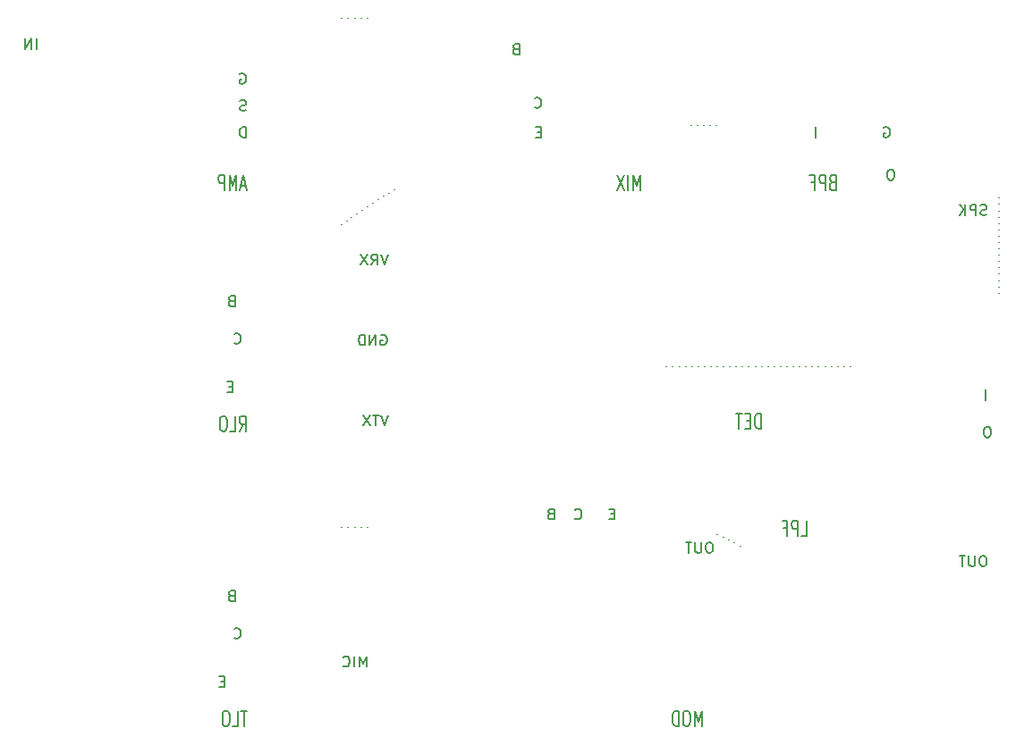
<source format=gbr>
%TF.GenerationSoftware,KiCad,Pcbnew,7.0.2-0*%
%TF.CreationDate,2024-07-16T23:18:08+09:00*%
%TF.ProjectId,am-pcb2,616d2d70-6362-4322-9e6b-696361645f70,rev?*%
%TF.SameCoordinates,Original*%
%TF.FileFunction,Legend,Bot*%
%TF.FilePolarity,Positive*%
%FSLAX46Y46*%
G04 Gerber Fmt 4.6, Leading zero omitted, Abs format (unit mm)*
G04 Created by KiCad (PCBNEW 7.0.2-0) date 2024-07-16 23:18:08*
%MOMM*%
%LPD*%
G01*
G04 APERTURE LIST*
%ADD10C,0.150000*%
G04 APERTURE END LIST*
D10*
X245110000Y-104775000D02*
X245110000Y-104775000D01*
X245646656Y-105043328D02*
X245646656Y-105043328D01*
X246183313Y-105311656D02*
X246183313Y-105311656D01*
X246719969Y-105579984D02*
X246719969Y-105579984D01*
X247256625Y-105848313D02*
X247256625Y-105848313D01*
X209486500Y-75374500D02*
X209486500Y-75374500D01*
X209987603Y-75044506D02*
X209987603Y-75044506D01*
X210488705Y-74714511D02*
X210488705Y-74714511D01*
X210989808Y-74384517D02*
X210989808Y-74384517D01*
X211490910Y-74054523D02*
X211490910Y-74054523D01*
X211992013Y-73724528D02*
X211992013Y-73724528D01*
X212493115Y-73394534D02*
X212493115Y-73394534D01*
X212994218Y-73064540D02*
X212994218Y-73064540D01*
X213495320Y-72734545D02*
X213495320Y-72734545D01*
X213996423Y-72404551D02*
X213996423Y-72404551D01*
X214497525Y-72074557D02*
X214497525Y-72074557D01*
X209550000Y-104140000D02*
X209550000Y-104140000D01*
X210150000Y-104140000D02*
X210150000Y-104140000D01*
X210750000Y-104140000D02*
X210750000Y-104140000D01*
X211350000Y-104140000D02*
X211350000Y-104140000D01*
X211950000Y-104140000D02*
X211950000Y-104140000D01*
X271780000Y-72898000D02*
X271780000Y-72898000D01*
X271780000Y-73498000D02*
X271780000Y-73498000D01*
X271780000Y-74098000D02*
X271780000Y-74098000D01*
X271780000Y-74698000D02*
X271780000Y-74698000D01*
X271780000Y-75298000D02*
X271780000Y-75298000D01*
X271780000Y-75898000D02*
X271780000Y-75898000D01*
X271780000Y-76498000D02*
X271780000Y-76498000D01*
X271780000Y-77098000D02*
X271780000Y-77098000D01*
X271780000Y-77698000D02*
X271780000Y-77698000D01*
X271780000Y-78298000D02*
X271780000Y-78298000D01*
X271780000Y-78898000D02*
X271780000Y-78898000D01*
X271780000Y-79498000D02*
X271780000Y-79498000D01*
X271780000Y-80098000D02*
X271780000Y-80098000D01*
X271780000Y-80698000D02*
X271780000Y-80698000D01*
X271780000Y-81298000D02*
X271780000Y-81298000D01*
X271780000Y-81898000D02*
X271780000Y-81898000D01*
X209550000Y-55880000D02*
X209550000Y-55880000D01*
X210150000Y-55880000D02*
X210150000Y-55880000D01*
X210750000Y-55880000D02*
X210750000Y-55880000D01*
X211350000Y-55880000D02*
X211350000Y-55880000D01*
X211950000Y-55880000D02*
X211950000Y-55880000D01*
X242633500Y-66040000D02*
X242633500Y-66040000D01*
X243233500Y-66040000D02*
X243233500Y-66040000D01*
X243833500Y-66040000D02*
X243833500Y-66040000D01*
X244433500Y-66040000D02*
X244433500Y-66040000D01*
X245033500Y-66040000D02*
X245033500Y-66040000D01*
X240284000Y-88900000D02*
X240284000Y-88900000D01*
X240884000Y-88900000D02*
X240884000Y-88900000D01*
X241484000Y-88900000D02*
X241484000Y-88900000D01*
X242084000Y-88900000D02*
X242084000Y-88900000D01*
X242684000Y-88900000D02*
X242684000Y-88900000D01*
X243284000Y-88900000D02*
X243284000Y-88900000D01*
X243884000Y-88900000D02*
X243884000Y-88900000D01*
X244484000Y-88900000D02*
X244484000Y-88900000D01*
X245084000Y-88900000D02*
X245084000Y-88900000D01*
X245684000Y-88900000D02*
X245684000Y-88900000D01*
X246284000Y-88900000D02*
X246284000Y-88900000D01*
X246884000Y-88900000D02*
X246884000Y-88900000D01*
X247484000Y-88900000D02*
X247484000Y-88900000D01*
X248084000Y-88900000D02*
X248084000Y-88900000D01*
X248684000Y-88900000D02*
X248684000Y-88900000D01*
X249284000Y-88900000D02*
X249284000Y-88900000D01*
X249884000Y-88900000D02*
X249884000Y-88900000D01*
X250484000Y-88900000D02*
X250484000Y-88900000D01*
X251084000Y-88900000D02*
X251084000Y-88900000D01*
X251684000Y-88900000D02*
X251684000Y-88900000D01*
X252284000Y-88900000D02*
X252284000Y-88900000D01*
X252884000Y-88900000D02*
X252884000Y-88900000D01*
X253484000Y-88900000D02*
X253484000Y-88900000D01*
X254084000Y-88900000D02*
X254084000Y-88900000D01*
X254684000Y-88900000D02*
X254684000Y-88900000D01*
X255284000Y-88900000D02*
X255284000Y-88900000D01*
X255884000Y-88900000D02*
X255884000Y-88900000D01*
X256484000Y-88900000D02*
X256484000Y-88900000D01*
X257084000Y-88900000D02*
X257084000Y-88900000D01*
X257684000Y-88900000D02*
X257684000Y-88900000D01*
X213233095Y-85920238D02*
X213328333Y-85872619D01*
X213328333Y-85872619D02*
X213471190Y-85872619D01*
X213471190Y-85872619D02*
X213614047Y-85920238D01*
X213614047Y-85920238D02*
X213709285Y-86015476D01*
X213709285Y-86015476D02*
X213756904Y-86110714D01*
X213756904Y-86110714D02*
X213804523Y-86301190D01*
X213804523Y-86301190D02*
X213804523Y-86444047D01*
X213804523Y-86444047D02*
X213756904Y-86634523D01*
X213756904Y-86634523D02*
X213709285Y-86729761D01*
X213709285Y-86729761D02*
X213614047Y-86825000D01*
X213614047Y-86825000D02*
X213471190Y-86872619D01*
X213471190Y-86872619D02*
X213375952Y-86872619D01*
X213375952Y-86872619D02*
X213233095Y-86825000D01*
X213233095Y-86825000D02*
X213185476Y-86777380D01*
X213185476Y-86777380D02*
X213185476Y-86444047D01*
X213185476Y-86444047D02*
X213375952Y-86444047D01*
X212756904Y-86872619D02*
X212756904Y-85872619D01*
X212756904Y-85872619D02*
X212185476Y-86872619D01*
X212185476Y-86872619D02*
X212185476Y-85872619D01*
X211709285Y-86872619D02*
X211709285Y-85872619D01*
X211709285Y-85872619D02*
X211471190Y-85872619D01*
X211471190Y-85872619D02*
X211328333Y-85920238D01*
X211328333Y-85920238D02*
X211233095Y-86015476D01*
X211233095Y-86015476D02*
X211185476Y-86110714D01*
X211185476Y-86110714D02*
X211137857Y-86301190D01*
X211137857Y-86301190D02*
X211137857Y-86444047D01*
X211137857Y-86444047D02*
X211185476Y-86634523D01*
X211185476Y-86634523D02*
X211233095Y-86729761D01*
X211233095Y-86729761D02*
X211328333Y-86825000D01*
X211328333Y-86825000D02*
X211471190Y-86872619D01*
X211471190Y-86872619D02*
X211709285Y-86872619D01*
X200421904Y-67187619D02*
X200421904Y-66187619D01*
X200421904Y-66187619D02*
X200183809Y-66187619D01*
X200183809Y-66187619D02*
X200040952Y-66235238D01*
X200040952Y-66235238D02*
X199945714Y-66330476D01*
X199945714Y-66330476D02*
X199898095Y-66425714D01*
X199898095Y-66425714D02*
X199850476Y-66616190D01*
X199850476Y-66616190D02*
X199850476Y-66759047D01*
X199850476Y-66759047D02*
X199898095Y-66949523D01*
X199898095Y-66949523D02*
X199945714Y-67044761D01*
X199945714Y-67044761D02*
X200040952Y-67140000D01*
X200040952Y-67140000D02*
X200183809Y-67187619D01*
X200183809Y-67187619D02*
X200421904Y-67187619D01*
X249189904Y-94812428D02*
X249189904Y-93312428D01*
X249189904Y-93312428D02*
X248951809Y-93312428D01*
X248951809Y-93312428D02*
X248808952Y-93383857D01*
X248808952Y-93383857D02*
X248713714Y-93526714D01*
X248713714Y-93526714D02*
X248666095Y-93669571D01*
X248666095Y-93669571D02*
X248618476Y-93955285D01*
X248618476Y-93955285D02*
X248618476Y-94169571D01*
X248618476Y-94169571D02*
X248666095Y-94455285D01*
X248666095Y-94455285D02*
X248713714Y-94598142D01*
X248713714Y-94598142D02*
X248808952Y-94741000D01*
X248808952Y-94741000D02*
X248951809Y-94812428D01*
X248951809Y-94812428D02*
X249189904Y-94812428D01*
X248189904Y-94026714D02*
X247856571Y-94026714D01*
X247713714Y-94812428D02*
X248189904Y-94812428D01*
X248189904Y-94812428D02*
X248189904Y-93312428D01*
X248189904Y-93312428D02*
X247713714Y-93312428D01*
X247427999Y-93312428D02*
X246856571Y-93312428D01*
X247142285Y-94812428D02*
X247142285Y-93312428D01*
X199850476Y-95066428D02*
X200183809Y-94352142D01*
X200421904Y-95066428D02*
X200421904Y-93566428D01*
X200421904Y-93566428D02*
X200040952Y-93566428D01*
X200040952Y-93566428D02*
X199945714Y-93637857D01*
X199945714Y-93637857D02*
X199898095Y-93709285D01*
X199898095Y-93709285D02*
X199850476Y-93852142D01*
X199850476Y-93852142D02*
X199850476Y-94066428D01*
X199850476Y-94066428D02*
X199898095Y-94209285D01*
X199898095Y-94209285D02*
X199945714Y-94280714D01*
X199945714Y-94280714D02*
X200040952Y-94352142D01*
X200040952Y-94352142D02*
X200421904Y-94352142D01*
X198945714Y-95066428D02*
X199421904Y-95066428D01*
X199421904Y-95066428D02*
X199421904Y-93566428D01*
X198421904Y-93566428D02*
X198231428Y-93566428D01*
X198231428Y-93566428D02*
X198136190Y-93637857D01*
X198136190Y-93637857D02*
X198040952Y-93780714D01*
X198040952Y-93780714D02*
X197993333Y-94066428D01*
X197993333Y-94066428D02*
X197993333Y-94566428D01*
X197993333Y-94566428D02*
X198040952Y-94852142D01*
X198040952Y-94852142D02*
X198136190Y-94995000D01*
X198136190Y-94995000D02*
X198231428Y-95066428D01*
X198231428Y-95066428D02*
X198421904Y-95066428D01*
X198421904Y-95066428D02*
X198517142Y-94995000D01*
X198517142Y-94995000D02*
X198612380Y-94852142D01*
X198612380Y-94852142D02*
X198659999Y-94566428D01*
X198659999Y-94566428D02*
X198659999Y-94066428D01*
X198659999Y-94066428D02*
X198612380Y-93780714D01*
X198612380Y-93780714D02*
X198517142Y-93637857D01*
X198517142Y-93637857D02*
X198421904Y-93566428D01*
X199072571Y-110605809D02*
X198929714Y-110653428D01*
X198929714Y-110653428D02*
X198882095Y-110701047D01*
X198882095Y-110701047D02*
X198834476Y-110796285D01*
X198834476Y-110796285D02*
X198834476Y-110939142D01*
X198834476Y-110939142D02*
X198882095Y-111034380D01*
X198882095Y-111034380D02*
X198929714Y-111082000D01*
X198929714Y-111082000D02*
X199024952Y-111129619D01*
X199024952Y-111129619D02*
X199405904Y-111129619D01*
X199405904Y-111129619D02*
X199405904Y-110129619D01*
X199405904Y-110129619D02*
X199072571Y-110129619D01*
X199072571Y-110129619D02*
X198977333Y-110177238D01*
X198977333Y-110177238D02*
X198929714Y-110224857D01*
X198929714Y-110224857D02*
X198882095Y-110320095D01*
X198882095Y-110320095D02*
X198882095Y-110415333D01*
X198882095Y-110415333D02*
X198929714Y-110510571D01*
X198929714Y-110510571D02*
X198977333Y-110558190D01*
X198977333Y-110558190D02*
X199072571Y-110605809D01*
X199072571Y-110605809D02*
X199405904Y-110605809D01*
X200469523Y-71777857D02*
X199993333Y-71777857D01*
X200564761Y-72206428D02*
X200231428Y-70706428D01*
X200231428Y-70706428D02*
X199898095Y-72206428D01*
X199564761Y-72206428D02*
X199564761Y-70706428D01*
X199564761Y-70706428D02*
X199231428Y-71777857D01*
X199231428Y-71777857D02*
X198898095Y-70706428D01*
X198898095Y-70706428D02*
X198898095Y-72206428D01*
X198421904Y-72206428D02*
X198421904Y-70706428D01*
X198421904Y-70706428D02*
X198040952Y-70706428D01*
X198040952Y-70706428D02*
X197945714Y-70777857D01*
X197945714Y-70777857D02*
X197898095Y-70849285D01*
X197898095Y-70849285D02*
X197850476Y-70992142D01*
X197850476Y-70992142D02*
X197850476Y-71206428D01*
X197850476Y-71206428D02*
X197898095Y-71349285D01*
X197898095Y-71349285D02*
X197945714Y-71420714D01*
X197945714Y-71420714D02*
X198040952Y-71492142D01*
X198040952Y-71492142D02*
X198421904Y-71492142D01*
X244427428Y-105557619D02*
X244236952Y-105557619D01*
X244236952Y-105557619D02*
X244141714Y-105605238D01*
X244141714Y-105605238D02*
X244046476Y-105700476D01*
X244046476Y-105700476D02*
X243998857Y-105890952D01*
X243998857Y-105890952D02*
X243998857Y-106224285D01*
X243998857Y-106224285D02*
X244046476Y-106414761D01*
X244046476Y-106414761D02*
X244141714Y-106510000D01*
X244141714Y-106510000D02*
X244236952Y-106557619D01*
X244236952Y-106557619D02*
X244427428Y-106557619D01*
X244427428Y-106557619D02*
X244522666Y-106510000D01*
X244522666Y-106510000D02*
X244617904Y-106414761D01*
X244617904Y-106414761D02*
X244665523Y-106224285D01*
X244665523Y-106224285D02*
X244665523Y-105890952D01*
X244665523Y-105890952D02*
X244617904Y-105700476D01*
X244617904Y-105700476D02*
X244522666Y-105605238D01*
X244522666Y-105605238D02*
X244427428Y-105557619D01*
X243570285Y-105557619D02*
X243570285Y-106367142D01*
X243570285Y-106367142D02*
X243522666Y-106462380D01*
X243522666Y-106462380D02*
X243475047Y-106510000D01*
X243475047Y-106510000D02*
X243379809Y-106557619D01*
X243379809Y-106557619D02*
X243189333Y-106557619D01*
X243189333Y-106557619D02*
X243094095Y-106510000D01*
X243094095Y-106510000D02*
X243046476Y-106462380D01*
X243046476Y-106462380D02*
X242998857Y-106367142D01*
X242998857Y-106367142D02*
X242998857Y-105557619D01*
X242665523Y-105557619D02*
X242094095Y-105557619D01*
X242379809Y-106557619D02*
X242379809Y-105557619D01*
X213899761Y-93492619D02*
X213566428Y-94492619D01*
X213566428Y-94492619D02*
X213233095Y-93492619D01*
X213042618Y-93492619D02*
X212471190Y-93492619D01*
X212756904Y-94492619D02*
X212756904Y-93492619D01*
X212233094Y-93492619D02*
X211566428Y-94492619D01*
X211566428Y-93492619D02*
X212233094Y-94492619D01*
X229298571Y-102858809D02*
X229155714Y-102906428D01*
X229155714Y-102906428D02*
X229108095Y-102954047D01*
X229108095Y-102954047D02*
X229060476Y-103049285D01*
X229060476Y-103049285D02*
X229060476Y-103192142D01*
X229060476Y-103192142D02*
X229108095Y-103287380D01*
X229108095Y-103287380D02*
X229155714Y-103335000D01*
X229155714Y-103335000D02*
X229250952Y-103382619D01*
X229250952Y-103382619D02*
X229631904Y-103382619D01*
X229631904Y-103382619D02*
X229631904Y-102382619D01*
X229631904Y-102382619D02*
X229298571Y-102382619D01*
X229298571Y-102382619D02*
X229203333Y-102430238D01*
X229203333Y-102430238D02*
X229155714Y-102477857D01*
X229155714Y-102477857D02*
X229108095Y-102573095D01*
X229108095Y-102573095D02*
X229108095Y-102668333D01*
X229108095Y-102668333D02*
X229155714Y-102763571D01*
X229155714Y-102763571D02*
X229203333Y-102811190D01*
X229203333Y-102811190D02*
X229298571Y-102858809D01*
X229298571Y-102858809D02*
X229631904Y-102858809D01*
X213899761Y-78252619D02*
X213566428Y-79252619D01*
X213566428Y-79252619D02*
X213233095Y-78252619D01*
X212328333Y-79252619D02*
X212661666Y-78776428D01*
X212899761Y-79252619D02*
X212899761Y-78252619D01*
X212899761Y-78252619D02*
X212518809Y-78252619D01*
X212518809Y-78252619D02*
X212423571Y-78300238D01*
X212423571Y-78300238D02*
X212375952Y-78347857D01*
X212375952Y-78347857D02*
X212328333Y-78443095D01*
X212328333Y-78443095D02*
X212328333Y-78585952D01*
X212328333Y-78585952D02*
X212375952Y-78681190D01*
X212375952Y-78681190D02*
X212423571Y-78728809D01*
X212423571Y-78728809D02*
X212518809Y-78776428D01*
X212518809Y-78776428D02*
X212899761Y-78776428D01*
X211994999Y-78252619D02*
X211328333Y-79252619D01*
X211328333Y-78252619D02*
X211994999Y-79252619D01*
X200564761Y-121506428D02*
X199993333Y-121506428D01*
X200279047Y-123006428D02*
X200279047Y-121506428D01*
X199183809Y-123006428D02*
X199659999Y-123006428D01*
X199659999Y-123006428D02*
X199659999Y-121506428D01*
X198659999Y-121506428D02*
X198469523Y-121506428D01*
X198469523Y-121506428D02*
X198374285Y-121577857D01*
X198374285Y-121577857D02*
X198279047Y-121720714D01*
X198279047Y-121720714D02*
X198231428Y-122006428D01*
X198231428Y-122006428D02*
X198231428Y-122506428D01*
X198231428Y-122506428D02*
X198279047Y-122792142D01*
X198279047Y-122792142D02*
X198374285Y-122935000D01*
X198374285Y-122935000D02*
X198469523Y-123006428D01*
X198469523Y-123006428D02*
X198659999Y-123006428D01*
X198659999Y-123006428D02*
X198755237Y-122935000D01*
X198755237Y-122935000D02*
X198850475Y-122792142D01*
X198850475Y-122792142D02*
X198898094Y-122506428D01*
X198898094Y-122506428D02*
X198898094Y-122006428D01*
X198898094Y-122006428D02*
X198850475Y-121720714D01*
X198850475Y-121720714D02*
X198755237Y-121577857D01*
X198755237Y-121577857D02*
X198659999Y-121506428D01*
X270557571Y-95600380D02*
X270748047Y-95600380D01*
X270748047Y-95600380D02*
X270843285Y-95552761D01*
X270843285Y-95552761D02*
X270938523Y-95457523D01*
X270938523Y-95457523D02*
X270986142Y-95267047D01*
X270986142Y-95267047D02*
X270986142Y-94933714D01*
X270986142Y-94933714D02*
X270938523Y-94743238D01*
X270938523Y-94743238D02*
X270843285Y-94648000D01*
X270843285Y-94648000D02*
X270748047Y-94600380D01*
X270748047Y-94600380D02*
X270557571Y-94600380D01*
X270557571Y-94600380D02*
X270462333Y-94648000D01*
X270462333Y-94648000D02*
X270367095Y-94743238D01*
X270367095Y-94743238D02*
X270319476Y-94933714D01*
X270319476Y-94933714D02*
X270319476Y-95267047D01*
X270319476Y-95267047D02*
X270367095Y-95457523D01*
X270367095Y-95457523D02*
X270462333Y-95552761D01*
X270462333Y-95552761D02*
X270557571Y-95600380D01*
X254396904Y-67187619D02*
X254396904Y-66187619D01*
X243601904Y-123006428D02*
X243601904Y-121506428D01*
X243601904Y-121506428D02*
X243268571Y-122577857D01*
X243268571Y-122577857D02*
X242935238Y-121506428D01*
X242935238Y-121506428D02*
X242935238Y-123006428D01*
X242268571Y-121506428D02*
X242078095Y-121506428D01*
X242078095Y-121506428D02*
X241982857Y-121577857D01*
X241982857Y-121577857D02*
X241887619Y-121720714D01*
X241887619Y-121720714D02*
X241840000Y-122006428D01*
X241840000Y-122006428D02*
X241840000Y-122506428D01*
X241840000Y-122506428D02*
X241887619Y-122792142D01*
X241887619Y-122792142D02*
X241982857Y-122935000D01*
X241982857Y-122935000D02*
X242078095Y-123006428D01*
X242078095Y-123006428D02*
X242268571Y-123006428D01*
X242268571Y-123006428D02*
X242363809Y-122935000D01*
X242363809Y-122935000D02*
X242459047Y-122792142D01*
X242459047Y-122792142D02*
X242506666Y-122506428D01*
X242506666Y-122506428D02*
X242506666Y-122006428D01*
X242506666Y-122006428D02*
X242459047Y-121720714D01*
X242459047Y-121720714D02*
X242363809Y-121577857D01*
X242363809Y-121577857D02*
X242268571Y-121506428D01*
X241411428Y-123006428D02*
X241411428Y-121506428D01*
X241411428Y-121506428D02*
X241173333Y-121506428D01*
X241173333Y-121506428D02*
X241030476Y-121577857D01*
X241030476Y-121577857D02*
X240935238Y-121720714D01*
X240935238Y-121720714D02*
X240887619Y-121863571D01*
X240887619Y-121863571D02*
X240840000Y-122149285D01*
X240840000Y-122149285D02*
X240840000Y-122363571D01*
X240840000Y-122363571D02*
X240887619Y-122649285D01*
X240887619Y-122649285D02*
X240935238Y-122792142D01*
X240935238Y-122792142D02*
X241030476Y-122935000D01*
X241030476Y-122935000D02*
X241173333Y-123006428D01*
X241173333Y-123006428D02*
X241411428Y-123006428D01*
X253031714Y-104972428D02*
X253507904Y-104972428D01*
X253507904Y-104972428D02*
X253507904Y-103472428D01*
X252698380Y-104972428D02*
X252698380Y-103472428D01*
X252698380Y-103472428D02*
X252317428Y-103472428D01*
X252317428Y-103472428D02*
X252222190Y-103543857D01*
X252222190Y-103543857D02*
X252174571Y-103615285D01*
X252174571Y-103615285D02*
X252126952Y-103758142D01*
X252126952Y-103758142D02*
X252126952Y-103972428D01*
X252126952Y-103972428D02*
X252174571Y-104115285D01*
X252174571Y-104115285D02*
X252222190Y-104186714D01*
X252222190Y-104186714D02*
X252317428Y-104258142D01*
X252317428Y-104258142D02*
X252698380Y-104258142D01*
X251365047Y-104186714D02*
X251698380Y-104186714D01*
X251698380Y-104972428D02*
X251698380Y-103472428D01*
X251698380Y-103472428D02*
X251222190Y-103472428D01*
X199342476Y-114590380D02*
X199390095Y-114638000D01*
X199390095Y-114638000D02*
X199532952Y-114685619D01*
X199532952Y-114685619D02*
X199628190Y-114685619D01*
X199628190Y-114685619D02*
X199771047Y-114638000D01*
X199771047Y-114638000D02*
X199866285Y-114542761D01*
X199866285Y-114542761D02*
X199913904Y-114447523D01*
X199913904Y-114447523D02*
X199961523Y-114257047D01*
X199961523Y-114257047D02*
X199961523Y-114114190D01*
X199961523Y-114114190D02*
X199913904Y-113923714D01*
X199913904Y-113923714D02*
X199866285Y-113828476D01*
X199866285Y-113828476D02*
X199771047Y-113733238D01*
X199771047Y-113733238D02*
X199628190Y-113685619D01*
X199628190Y-113685619D02*
X199532952Y-113685619D01*
X199532952Y-113685619D02*
X199390095Y-113733238D01*
X199390095Y-113733238D02*
X199342476Y-113780857D01*
X255968571Y-71420714D02*
X255825714Y-71492142D01*
X255825714Y-71492142D02*
X255778095Y-71563571D01*
X255778095Y-71563571D02*
X255730476Y-71706428D01*
X255730476Y-71706428D02*
X255730476Y-71920714D01*
X255730476Y-71920714D02*
X255778095Y-72063571D01*
X255778095Y-72063571D02*
X255825714Y-72135000D01*
X255825714Y-72135000D02*
X255920952Y-72206428D01*
X255920952Y-72206428D02*
X256301904Y-72206428D01*
X256301904Y-72206428D02*
X256301904Y-70706428D01*
X256301904Y-70706428D02*
X255968571Y-70706428D01*
X255968571Y-70706428D02*
X255873333Y-70777857D01*
X255873333Y-70777857D02*
X255825714Y-70849285D01*
X255825714Y-70849285D02*
X255778095Y-70992142D01*
X255778095Y-70992142D02*
X255778095Y-71135000D01*
X255778095Y-71135000D02*
X255825714Y-71277857D01*
X255825714Y-71277857D02*
X255873333Y-71349285D01*
X255873333Y-71349285D02*
X255968571Y-71420714D01*
X255968571Y-71420714D02*
X256301904Y-71420714D01*
X255301904Y-72206428D02*
X255301904Y-70706428D01*
X255301904Y-70706428D02*
X254920952Y-70706428D01*
X254920952Y-70706428D02*
X254825714Y-70777857D01*
X254825714Y-70777857D02*
X254778095Y-70849285D01*
X254778095Y-70849285D02*
X254730476Y-70992142D01*
X254730476Y-70992142D02*
X254730476Y-71206428D01*
X254730476Y-71206428D02*
X254778095Y-71349285D01*
X254778095Y-71349285D02*
X254825714Y-71420714D01*
X254825714Y-71420714D02*
X254920952Y-71492142D01*
X254920952Y-71492142D02*
X255301904Y-71492142D01*
X253968571Y-71420714D02*
X254301904Y-71420714D01*
X254301904Y-72206428D02*
X254301904Y-70706428D01*
X254301904Y-70706428D02*
X253825714Y-70706428D01*
X270573523Y-74506000D02*
X270430666Y-74553619D01*
X270430666Y-74553619D02*
X270192571Y-74553619D01*
X270192571Y-74553619D02*
X270097333Y-74506000D01*
X270097333Y-74506000D02*
X270049714Y-74458380D01*
X270049714Y-74458380D02*
X270002095Y-74363142D01*
X270002095Y-74363142D02*
X270002095Y-74267904D01*
X270002095Y-74267904D02*
X270049714Y-74172666D01*
X270049714Y-74172666D02*
X270097333Y-74125047D01*
X270097333Y-74125047D02*
X270192571Y-74077428D01*
X270192571Y-74077428D02*
X270383047Y-74029809D01*
X270383047Y-74029809D02*
X270478285Y-73982190D01*
X270478285Y-73982190D02*
X270525904Y-73934571D01*
X270525904Y-73934571D02*
X270573523Y-73839333D01*
X270573523Y-73839333D02*
X270573523Y-73744095D01*
X270573523Y-73744095D02*
X270525904Y-73648857D01*
X270525904Y-73648857D02*
X270478285Y-73601238D01*
X270478285Y-73601238D02*
X270383047Y-73553619D01*
X270383047Y-73553619D02*
X270144952Y-73553619D01*
X270144952Y-73553619D02*
X270002095Y-73601238D01*
X269573523Y-74553619D02*
X269573523Y-73553619D01*
X269573523Y-73553619D02*
X269192571Y-73553619D01*
X269192571Y-73553619D02*
X269097333Y-73601238D01*
X269097333Y-73601238D02*
X269049714Y-73648857D01*
X269049714Y-73648857D02*
X269002095Y-73744095D01*
X269002095Y-73744095D02*
X269002095Y-73886952D01*
X269002095Y-73886952D02*
X269049714Y-73982190D01*
X269049714Y-73982190D02*
X269097333Y-74029809D01*
X269097333Y-74029809D02*
X269192571Y-74077428D01*
X269192571Y-74077428D02*
X269573523Y-74077428D01*
X268573523Y-74553619D02*
X268573523Y-73553619D01*
X268002095Y-74553619D02*
X268430666Y-73982190D01*
X268002095Y-73553619D02*
X268573523Y-74125047D01*
X199342476Y-86650380D02*
X199390095Y-86698000D01*
X199390095Y-86698000D02*
X199532952Y-86745619D01*
X199532952Y-86745619D02*
X199628190Y-86745619D01*
X199628190Y-86745619D02*
X199771047Y-86698000D01*
X199771047Y-86698000D02*
X199866285Y-86602761D01*
X199866285Y-86602761D02*
X199913904Y-86507523D01*
X199913904Y-86507523D02*
X199961523Y-86317047D01*
X199961523Y-86317047D02*
X199961523Y-86174190D01*
X199961523Y-86174190D02*
X199913904Y-85983714D01*
X199913904Y-85983714D02*
X199866285Y-85888476D01*
X199866285Y-85888476D02*
X199771047Y-85793238D01*
X199771047Y-85793238D02*
X199628190Y-85745619D01*
X199628190Y-85745619D02*
X199532952Y-85745619D01*
X199532952Y-85745619D02*
X199390095Y-85793238D01*
X199390095Y-85793238D02*
X199342476Y-85840857D01*
X180609904Y-58805619D02*
X180609904Y-57805619D01*
X180133714Y-58805619D02*
X180133714Y-57805619D01*
X180133714Y-57805619D02*
X179562286Y-58805619D01*
X179562286Y-58805619D02*
X179562286Y-57805619D01*
X211851904Y-117352619D02*
X211851904Y-116352619D01*
X211851904Y-116352619D02*
X211518571Y-117066904D01*
X211518571Y-117066904D02*
X211185238Y-116352619D01*
X211185238Y-116352619D02*
X211185238Y-117352619D01*
X210709047Y-117352619D02*
X210709047Y-116352619D01*
X209661429Y-117257380D02*
X209709048Y-117305000D01*
X209709048Y-117305000D02*
X209851905Y-117352619D01*
X209851905Y-117352619D02*
X209947143Y-117352619D01*
X209947143Y-117352619D02*
X210090000Y-117305000D01*
X210090000Y-117305000D02*
X210185238Y-117209761D01*
X210185238Y-117209761D02*
X210232857Y-117114523D01*
X210232857Y-117114523D02*
X210280476Y-116924047D01*
X210280476Y-116924047D02*
X210280476Y-116781190D01*
X210280476Y-116781190D02*
X210232857Y-116590714D01*
X210232857Y-116590714D02*
X210185238Y-116495476D01*
X210185238Y-116495476D02*
X210090000Y-116400238D01*
X210090000Y-116400238D02*
X209947143Y-116352619D01*
X209947143Y-116352619D02*
X209851905Y-116352619D01*
X209851905Y-116352619D02*
X209709048Y-116400238D01*
X209709048Y-116400238D02*
X209661429Y-116447857D01*
X225996571Y-58789809D02*
X225853714Y-58837428D01*
X225853714Y-58837428D02*
X225806095Y-58885047D01*
X225806095Y-58885047D02*
X225758476Y-58980285D01*
X225758476Y-58980285D02*
X225758476Y-59123142D01*
X225758476Y-59123142D02*
X225806095Y-59218380D01*
X225806095Y-59218380D02*
X225853714Y-59266000D01*
X225853714Y-59266000D02*
X225948952Y-59313619D01*
X225948952Y-59313619D02*
X226329904Y-59313619D01*
X226329904Y-59313619D02*
X226329904Y-58313619D01*
X226329904Y-58313619D02*
X225996571Y-58313619D01*
X225996571Y-58313619D02*
X225901333Y-58361238D01*
X225901333Y-58361238D02*
X225853714Y-58408857D01*
X225853714Y-58408857D02*
X225806095Y-58504095D01*
X225806095Y-58504095D02*
X225806095Y-58599333D01*
X225806095Y-58599333D02*
X225853714Y-58694571D01*
X225853714Y-58694571D02*
X225901333Y-58742190D01*
X225901333Y-58742190D02*
X225996571Y-58789809D01*
X225996571Y-58789809D02*
X226329904Y-58789809D01*
X199151904Y-90793809D02*
X198818571Y-90793809D01*
X198675714Y-91317619D02*
X199151904Y-91317619D01*
X199151904Y-91317619D02*
X199151904Y-90317619D01*
X199151904Y-90317619D02*
X198675714Y-90317619D01*
X200469523Y-64600000D02*
X200326666Y-64647619D01*
X200326666Y-64647619D02*
X200088571Y-64647619D01*
X200088571Y-64647619D02*
X199993333Y-64600000D01*
X199993333Y-64600000D02*
X199945714Y-64552380D01*
X199945714Y-64552380D02*
X199898095Y-64457142D01*
X199898095Y-64457142D02*
X199898095Y-64361904D01*
X199898095Y-64361904D02*
X199945714Y-64266666D01*
X199945714Y-64266666D02*
X199993333Y-64219047D01*
X199993333Y-64219047D02*
X200088571Y-64171428D01*
X200088571Y-64171428D02*
X200279047Y-64123809D01*
X200279047Y-64123809D02*
X200374285Y-64076190D01*
X200374285Y-64076190D02*
X200421904Y-64028571D01*
X200421904Y-64028571D02*
X200469523Y-63933333D01*
X200469523Y-63933333D02*
X200469523Y-63838095D01*
X200469523Y-63838095D02*
X200421904Y-63742857D01*
X200421904Y-63742857D02*
X200374285Y-63695238D01*
X200374285Y-63695238D02*
X200279047Y-63647619D01*
X200279047Y-63647619D02*
X200040952Y-63647619D01*
X200040952Y-63647619D02*
X199898095Y-63695238D01*
X199898095Y-61155238D02*
X199993333Y-61107619D01*
X199993333Y-61107619D02*
X200136190Y-61107619D01*
X200136190Y-61107619D02*
X200279047Y-61155238D01*
X200279047Y-61155238D02*
X200374285Y-61250476D01*
X200374285Y-61250476D02*
X200421904Y-61345714D01*
X200421904Y-61345714D02*
X200469523Y-61536190D01*
X200469523Y-61536190D02*
X200469523Y-61679047D01*
X200469523Y-61679047D02*
X200421904Y-61869523D01*
X200421904Y-61869523D02*
X200374285Y-61964761D01*
X200374285Y-61964761D02*
X200279047Y-62060000D01*
X200279047Y-62060000D02*
X200136190Y-62107619D01*
X200136190Y-62107619D02*
X200040952Y-62107619D01*
X200040952Y-62107619D02*
X199898095Y-62060000D01*
X199898095Y-62060000D02*
X199850476Y-62012380D01*
X199850476Y-62012380D02*
X199850476Y-61679047D01*
X199850476Y-61679047D02*
X200040952Y-61679047D01*
X237759904Y-72206428D02*
X237759904Y-70706428D01*
X237759904Y-70706428D02*
X237426571Y-71777857D01*
X237426571Y-71777857D02*
X237093238Y-70706428D01*
X237093238Y-70706428D02*
X237093238Y-72206428D01*
X236617047Y-72206428D02*
X236617047Y-70706428D01*
X236236095Y-70706428D02*
X235569429Y-72206428D01*
X235569429Y-70706428D02*
X236236095Y-72206428D01*
X198389904Y-118733809D02*
X198056571Y-118733809D01*
X197913714Y-119257619D02*
X198389904Y-119257619D01*
X198389904Y-119257619D02*
X198389904Y-118257619D01*
X198389904Y-118257619D02*
X197913714Y-118257619D01*
X199072571Y-82665809D02*
X198929714Y-82713428D01*
X198929714Y-82713428D02*
X198882095Y-82761047D01*
X198882095Y-82761047D02*
X198834476Y-82856285D01*
X198834476Y-82856285D02*
X198834476Y-82999142D01*
X198834476Y-82999142D02*
X198882095Y-83094380D01*
X198882095Y-83094380D02*
X198929714Y-83142000D01*
X198929714Y-83142000D02*
X199024952Y-83189619D01*
X199024952Y-83189619D02*
X199405904Y-83189619D01*
X199405904Y-83189619D02*
X199405904Y-82189619D01*
X199405904Y-82189619D02*
X199072571Y-82189619D01*
X199072571Y-82189619D02*
X198977333Y-82237238D01*
X198977333Y-82237238D02*
X198929714Y-82284857D01*
X198929714Y-82284857D02*
X198882095Y-82380095D01*
X198882095Y-82380095D02*
X198882095Y-82475333D01*
X198882095Y-82475333D02*
X198929714Y-82570571D01*
X198929714Y-82570571D02*
X198977333Y-82618190D01*
X198977333Y-82618190D02*
X199072571Y-82665809D01*
X199072571Y-82665809D02*
X199405904Y-82665809D01*
X231600476Y-103287380D02*
X231648095Y-103335000D01*
X231648095Y-103335000D02*
X231790952Y-103382619D01*
X231790952Y-103382619D02*
X231886190Y-103382619D01*
X231886190Y-103382619D02*
X232029047Y-103335000D01*
X232029047Y-103335000D02*
X232124285Y-103239761D01*
X232124285Y-103239761D02*
X232171904Y-103144523D01*
X232171904Y-103144523D02*
X232219523Y-102954047D01*
X232219523Y-102954047D02*
X232219523Y-102811190D01*
X232219523Y-102811190D02*
X232171904Y-102620714D01*
X232171904Y-102620714D02*
X232124285Y-102525476D01*
X232124285Y-102525476D02*
X232029047Y-102430238D01*
X232029047Y-102430238D02*
X231886190Y-102382619D01*
X231886190Y-102382619D02*
X231790952Y-102382619D01*
X231790952Y-102382619D02*
X231648095Y-102430238D01*
X231648095Y-102430238D02*
X231600476Y-102477857D01*
X270504095Y-91044380D02*
X270504095Y-92044380D01*
X228361904Y-66663809D02*
X228028571Y-66663809D01*
X227885714Y-67187619D02*
X228361904Y-67187619D01*
X228361904Y-67187619D02*
X228361904Y-66187619D01*
X228361904Y-66187619D02*
X227885714Y-66187619D01*
X235346904Y-102858809D02*
X235013571Y-102858809D01*
X234870714Y-103382619D02*
X235346904Y-103382619D01*
X235346904Y-103382619D02*
X235346904Y-102382619D01*
X235346904Y-102382619D02*
X234870714Y-102382619D01*
X270335428Y-106827619D02*
X270144952Y-106827619D01*
X270144952Y-106827619D02*
X270049714Y-106875238D01*
X270049714Y-106875238D02*
X269954476Y-106970476D01*
X269954476Y-106970476D02*
X269906857Y-107160952D01*
X269906857Y-107160952D02*
X269906857Y-107494285D01*
X269906857Y-107494285D02*
X269954476Y-107684761D01*
X269954476Y-107684761D02*
X270049714Y-107780000D01*
X270049714Y-107780000D02*
X270144952Y-107827619D01*
X270144952Y-107827619D02*
X270335428Y-107827619D01*
X270335428Y-107827619D02*
X270430666Y-107780000D01*
X270430666Y-107780000D02*
X270525904Y-107684761D01*
X270525904Y-107684761D02*
X270573523Y-107494285D01*
X270573523Y-107494285D02*
X270573523Y-107160952D01*
X270573523Y-107160952D02*
X270525904Y-106970476D01*
X270525904Y-106970476D02*
X270430666Y-106875238D01*
X270430666Y-106875238D02*
X270335428Y-106827619D01*
X269478285Y-106827619D02*
X269478285Y-107637142D01*
X269478285Y-107637142D02*
X269430666Y-107732380D01*
X269430666Y-107732380D02*
X269383047Y-107780000D01*
X269383047Y-107780000D02*
X269287809Y-107827619D01*
X269287809Y-107827619D02*
X269097333Y-107827619D01*
X269097333Y-107827619D02*
X269002095Y-107780000D01*
X269002095Y-107780000D02*
X268954476Y-107732380D01*
X268954476Y-107732380D02*
X268906857Y-107637142D01*
X268906857Y-107637142D02*
X268906857Y-106827619D01*
X268573523Y-106827619D02*
X268002095Y-106827619D01*
X268287809Y-107827619D02*
X268287809Y-106827619D01*
X227790476Y-64298380D02*
X227838095Y-64346000D01*
X227838095Y-64346000D02*
X227980952Y-64393619D01*
X227980952Y-64393619D02*
X228076190Y-64393619D01*
X228076190Y-64393619D02*
X228219047Y-64346000D01*
X228219047Y-64346000D02*
X228314285Y-64250761D01*
X228314285Y-64250761D02*
X228361904Y-64155523D01*
X228361904Y-64155523D02*
X228409523Y-63965047D01*
X228409523Y-63965047D02*
X228409523Y-63822190D01*
X228409523Y-63822190D02*
X228361904Y-63631714D01*
X228361904Y-63631714D02*
X228314285Y-63536476D01*
X228314285Y-63536476D02*
X228219047Y-63441238D01*
X228219047Y-63441238D02*
X228076190Y-63393619D01*
X228076190Y-63393619D02*
X227980952Y-63393619D01*
X227980952Y-63393619D02*
X227838095Y-63441238D01*
X227838095Y-63441238D02*
X227790476Y-63488857D01*
%TO.C,U81*%
X260858095Y-66235238D02*
X260953333Y-66187619D01*
X260953333Y-66187619D02*
X261096190Y-66187619D01*
X261096190Y-66187619D02*
X261239047Y-66235238D01*
X261239047Y-66235238D02*
X261334285Y-66330476D01*
X261334285Y-66330476D02*
X261381904Y-66425714D01*
X261381904Y-66425714D02*
X261429523Y-66616190D01*
X261429523Y-66616190D02*
X261429523Y-66759047D01*
X261429523Y-66759047D02*
X261381904Y-66949523D01*
X261381904Y-66949523D02*
X261334285Y-67044761D01*
X261334285Y-67044761D02*
X261239047Y-67140000D01*
X261239047Y-67140000D02*
X261096190Y-67187619D01*
X261096190Y-67187619D02*
X261000952Y-67187619D01*
X261000952Y-67187619D02*
X260858095Y-67140000D01*
X260858095Y-67140000D02*
X260810476Y-67092380D01*
X260810476Y-67092380D02*
X260810476Y-66759047D01*
X260810476Y-66759047D02*
X261000952Y-66759047D01*
X261413571Y-71218180D02*
X261604047Y-71218180D01*
X261604047Y-71218180D02*
X261699285Y-71170561D01*
X261699285Y-71170561D02*
X261794523Y-71075323D01*
X261794523Y-71075323D02*
X261842142Y-70884847D01*
X261842142Y-70884847D02*
X261842142Y-70551514D01*
X261842142Y-70551514D02*
X261794523Y-70361038D01*
X261794523Y-70361038D02*
X261699285Y-70265800D01*
X261699285Y-70265800D02*
X261604047Y-70218180D01*
X261604047Y-70218180D02*
X261413571Y-70218180D01*
X261413571Y-70218180D02*
X261318333Y-70265800D01*
X261318333Y-70265800D02*
X261223095Y-70361038D01*
X261223095Y-70361038D02*
X261175476Y-70551514D01*
X261175476Y-70551514D02*
X261175476Y-70884847D01*
X261175476Y-70884847D02*
X261223095Y-71075323D01*
X261223095Y-71075323D02*
X261318333Y-71170561D01*
X261318333Y-71170561D02*
X261413571Y-71218180D01*
%TD*%
M02*

</source>
